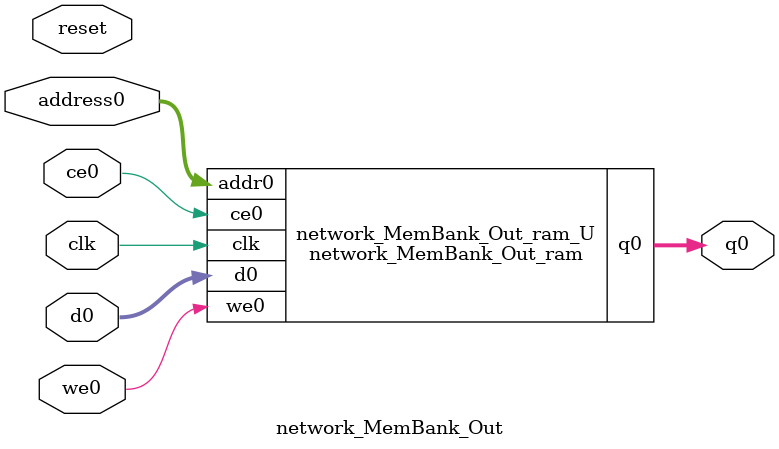
<source format=v>
`timescale 1 ns / 1 ps
module network_MemBank_Out_ram (addr0, ce0, d0, we0, q0,  clk);

parameter DWIDTH = 16;
parameter AWIDTH = 10;
parameter MEM_SIZE = 784;

input[AWIDTH-1:0] addr0;
input ce0;
input[DWIDTH-1:0] d0;
input we0;
output reg[DWIDTH-1:0] q0;
input clk;

(* ram_style = "block" *)reg [DWIDTH-1:0] ram[0:MEM_SIZE-1];




always @(posedge clk)  
begin 
    if (ce0) 
    begin
        if (we0) 
        begin 
            ram[addr0] <= d0; 
        end 
        q0 <= ram[addr0];
    end
end


endmodule

`timescale 1 ns / 1 ps
module network_MemBank_Out(
    reset,
    clk,
    address0,
    ce0,
    we0,
    d0,
    q0);

parameter DataWidth = 32'd16;
parameter AddressRange = 32'd784;
parameter AddressWidth = 32'd10;
input reset;
input clk;
input[AddressWidth - 1:0] address0;
input ce0;
input we0;
input[DataWidth - 1:0] d0;
output[DataWidth - 1:0] q0;



network_MemBank_Out_ram network_MemBank_Out_ram_U(
    .clk( clk ),
    .addr0( address0 ),
    .ce0( ce0 ),
    .we0( we0 ),
    .d0( d0 ),
    .q0( q0 ));

endmodule


</source>
